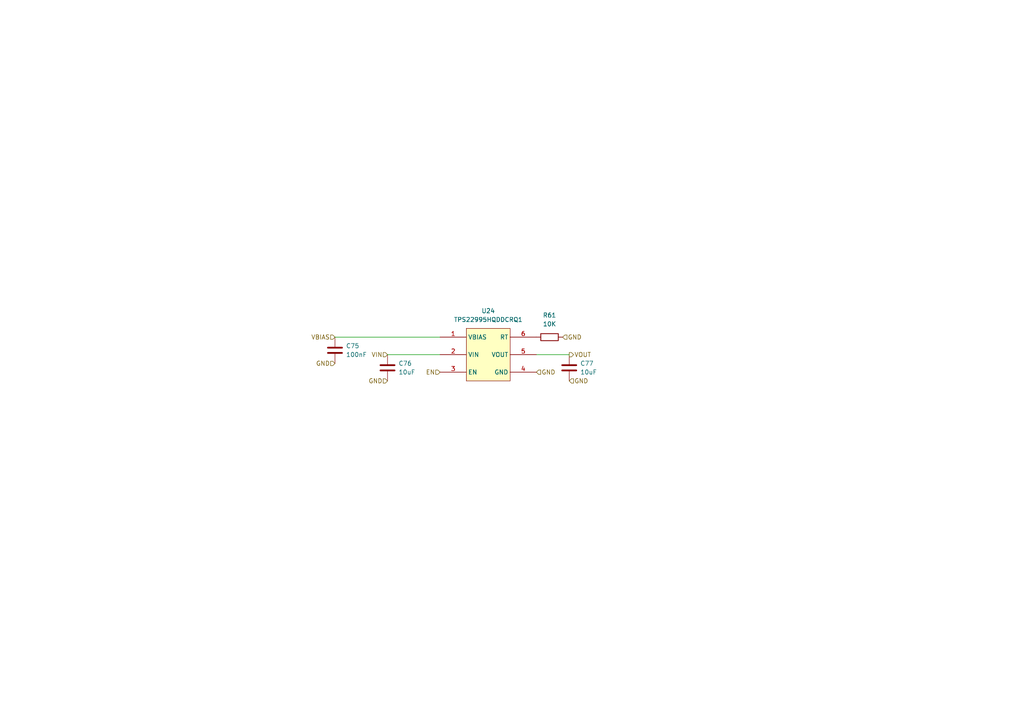
<source format=kicad_sch>
(kicad_sch (version 20250114) (generator "eeschema") (generator_version "9.0")
  (paper "A4")
  (lib_symbols
    (symbol "Common:TPS22995h-Q1"
      (property "Reference" "U" (at 0 6.35 0))
      (property "Value" "TPS22995HQDDCRQ1" (at 0 0 0))
      (symbol "TPS22995h-Q1_1_1"
        (rectangle (start -6.35 3.81) (end 6.35 -11.43) (fill (type background)))
        (pin power_in line (at -13.97 1.27 0) (length 7.62) (name "VBIAS") (number "1"))
        (pin power_in line (at -13.97 -3.81 0) (length 7.62) (name "VIN") (number "2"))
        (pin input line (at -13.97 -8.89 0) (length 7.62) (name "EN") (number "3"))
        (pin passive line (at 13.97 1.27 180) (length 7.62) (name "RT") (number "6"))
        (pin power_out line (at 13.97 -3.81 180) (length 7.62) (name "VOUT") (number "5"))
        (pin power_in line (at 13.97 -8.89 180) (length 7.62) (name "GND") (number "4"))
      )
    )
    (symbol "Device:C" (pin_numbers (hide yes)) (pin_names (offset 0.254))
      (property "Reference" "C" (at 0.635 2.54 0))
      (property "Value" "C" (at 0.635 -2.54 0))
      (symbol "C_0_1"
        (polyline (pts (xy -2.032 0.762) (xy 2.032 0.762)) (stroke (width 0.508)))
        (polyline (pts (xy -2.032 -0.762) (xy 2.032 -0.762)) (stroke (width 0.508)))
      )
      (symbol "C_1_1"
        (pin passive line (at 0 3.81 270) (length 2.794) (name "~") (number "1"))
        (pin passive line (at 0 -3.81 90) (length 2.794) (name "~") (number "2"))
      )
    )
    (symbol "Device:R" (pin_numbers (hide yes)) (pin_names (offset 0))
      (property "Reference" "R" (at 2.032 0 90))
      (property "Value" "R" (at 0 0 90))
      (symbol "R_0_1"
        (rectangle (start -1.016 -2.54) (end 1.016 2.54) (stroke (width 0.254)))
      )
      (symbol "R_1_1"
        (pin passive line (at 0 3.81 270) (length 1.27) (name "~") (number "1"))
        (pin passive line (at 0 -3.81 90) (length 1.27) (name "~") (number "2"))
      )
    )
  )
  (wire (pts (xy 165.1 102.87) (xy 155.575 102.87)))
  (wire (pts (xy 112.395 102.87) (xy 127.635 102.87)))
  (wire (pts (xy 97.155 97.79) (xy 127.635 97.79)))
  (hierarchical_label "GND" (shape input) (at 155.575 107.95 0))
  (hierarchical_label "VOUT" (shape output) (at 165.1 102.87 0))
  (hierarchical_label "EN" (shape input) (at 127.635 107.95 180))
  (hierarchical_label "GND" (shape input) (at 97.155 105.41 180))
  (hierarchical_label "GND" (shape input) (at 163.195 97.79 0))
  (hierarchical_label "VBIAS" (shape input) (at 97.155 97.79 180))
  (hierarchical_label "GND" (shape input) (at 165.1 110.49 0))
  (hierarchical_label "GND" (shape input) (at 112.395 110.49 180))
  (hierarchical_label "VIN" (shape input) (at 112.395 102.87 180))
  (symbol (lib_id "Device:C") (at 97.155 101.6 0) (unit 1)
    (property "Reference" "C75" (at 100.33 100.3299 0) (effects (justify left)))
    (property "Value" "100nF" (at 100.33 102.8699 0) (effects (justify left)))
    (property "Footprint" "Capacitor_SMD:C_0402_1005Metric_Pad0.74x0.62mm_HandSolder" (effects (hide yes)))
    (property "Datasheet" "https://search.murata.co.jp/Ceramy/image/img/A01X/G101/ENG/GRM155R61E104KA87-01.pdf" (effects (hide yes)))
    (property "Description" "Unpolarized capacitor" (effects (hide yes)))
    (property "Tolerance" "10" (effects (hide yes)))
    (property "MANUFACTURER" "Murata" (effects (hide yes)))
    (property "PARTREV" "GRM155R61E104KA87D" (effects (hide yes)))
  )
  (symbol (lib_id "Device:C") (at 112.395 106.68 0) (unit 1)
    (property "Reference" "C76" (at 115.57 105.4099 0) (effects (justify left)))
    (property "Value" "10uF" (at 115.57 107.9499 0) (effects (justify left)))
    (property "Footprint" "Capacitor_SMD:C_0603_1608Metric_Pad1.08x0.95mm_HandSolder" (effects (hide yes)))
    (property "Datasheet" "https://search.murata.co.jp/Ceramy/image/img/A01X/G101/ENG/GRM188R61E106KA73-01.pdf" (effects (hide yes)))
    (property "Description" "Unpolarized capacitor" (effects (hide yes)))
    (property "Tolerance" "10" (effects (hide yes)))
    (property "MANUFACTURER" "Murata" (effects (hide yes)))
    (property "PARTREV" "GRM188R61E106KA73D" (effects (hide yes)))
  )
  (symbol (lib_id "Device:C") (at 165.1 106.68 0) (unit 1)
    (property "Reference" "C77" (at 168.275 105.4099 0) (effects (justify left)))
    (property "Value" "10uF" (at 168.275 107.9499 0) (effects (justify left)))
    (property "Footprint" "Capacitor_SMD:C_0603_1608Metric_Pad1.08x0.95mm_HandSolder" (effects (hide yes)))
    (property "Datasheet" "https://search.murata.co.jp/Ceramy/image/img/A01X/G101/ENG/GRM188R61E106KA73-01.pdf" (effects (hide yes)))
    (property "Description" "Unpolarized capacitor" (effects (hide yes)))
    (property "Tolerance" "10" (effects (hide yes)))
    (property "MANUFACTURER" "Murata" (effects (hide yes)))
    (property "PARTREV" "GRM188R61E106KA73D" (effects (hide yes)))
  )
  (symbol (lib_id "Device:R") (at 159.385 97.79 90) (unit 1)
    (property "Reference" "R61" (at 159.385 91.44 90))
    (property "Value" "10K" (at 159.385 93.98 90))
    (property "Footprint" "Resistor_SMD:R_0402_1005Metric_Pad0.72x0.64mm_HandSolder" (effects (hide yes)))
    (property "Datasheet" "https://www.yageo.com/upload/media/product/products/datasheet/rchip/PYu-RC_Group_51_RoHS_L_12.pdf" (effects (hide yes)))
    (property "Description" "Resistor" (effects (hide yes)))
    (property "Tolerance" "1" (effects (hide yes)))
    (property "MANUFACTURER" "YAGEO" (effects (hide yes)))
    (property "PARTREV" "RC0402FR-0710KL" (effects (hide yes)))
    (property "Note" "slew rate" (effects (hide yes)))
  )
  (symbol (lib_id "Common:TPS22995h-Q1") (at 141.605 99.06 0) (unit 1)
    (property "Reference" "U24" (at 141.605 90.17 0))
    (property "Value" "TPS22995HQDDCRQ1" (at 141.605 92.71 0))
    (property "Footprint" "Common:TSOT-23-6" (effects (hide yes)))
    (property "Datasheet" "https://www.ti.com/lit/ds/symlink/tps22995h-q1.pdf" (effects (hide yes)))
    (property "Description" "Load Switch" (effects (hide yes)))
    (property "MANUFACTURER" "TI" (effects (hide yes)))
    (property "PARTREV" "TPS22995HQDDCRQ1" (effects (hide yes)))
  )
)
</source>
